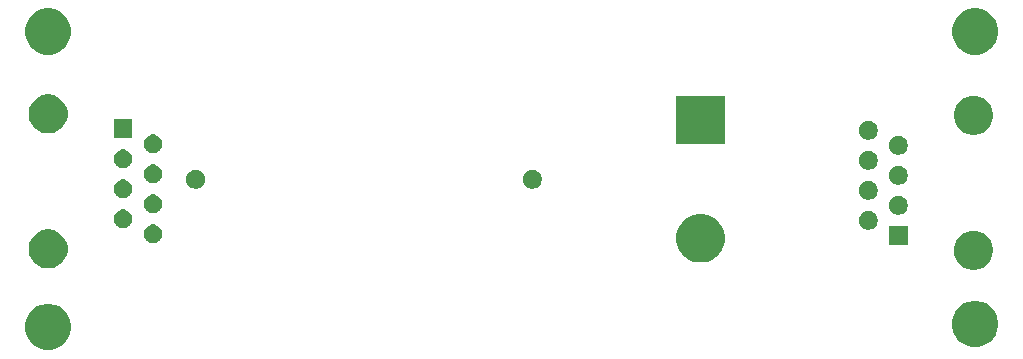
<source format=gbr>
G04 #@! TF.GenerationSoftware,KiCad,Pcbnew,(5.1.4)-1*
G04 #@! TF.CreationDate,2020-02-13T15:41:24-05:00*
G04 #@! TF.ProjectId,PowerFilter,506f7765-7246-4696-9c74-65722e6b6963,rev?*
G04 #@! TF.SameCoordinates,Original*
G04 #@! TF.FileFunction,Soldermask,Top*
G04 #@! TF.FilePolarity,Negative*
%FSLAX46Y46*%
G04 Gerber Fmt 4.6, Leading zero omitted, Abs format (unit mm)*
G04 Created by KiCad (PCBNEW (5.1.4)-1) date 2020-02-13 15:41:24*
%MOMM*%
%LPD*%
G04 APERTURE LIST*
%ADD10C,0.100000*%
G04 APERTURE END LIST*
D10*
G36*
X61819085Y-80873975D02*
G01*
X62174143Y-81021045D01*
X62174145Y-81021046D01*
X62493690Y-81234559D01*
X62765441Y-81506310D01*
X62978954Y-81825855D01*
X62978955Y-81825857D01*
X63126025Y-82180915D01*
X63201000Y-82557842D01*
X63201000Y-82942158D01*
X63126025Y-83319085D01*
X62978955Y-83674143D01*
X62978954Y-83674145D01*
X62765441Y-83993690D01*
X62493690Y-84265441D01*
X62174145Y-84478954D01*
X62174144Y-84478955D01*
X62174143Y-84478955D01*
X61819085Y-84626025D01*
X61442158Y-84701000D01*
X61057842Y-84701000D01*
X60680915Y-84626025D01*
X60325857Y-84478955D01*
X60325856Y-84478955D01*
X60325855Y-84478954D01*
X60006310Y-84265441D01*
X59734559Y-83993690D01*
X59521046Y-83674145D01*
X59521045Y-83674143D01*
X59373975Y-83319085D01*
X59299000Y-82942158D01*
X59299000Y-82557842D01*
X59373975Y-82180915D01*
X59521045Y-81825857D01*
X59521046Y-81825855D01*
X59734559Y-81506310D01*
X60006310Y-81234559D01*
X60325855Y-81021046D01*
X60325857Y-81021045D01*
X60680915Y-80873975D01*
X61057842Y-80799000D01*
X61442158Y-80799000D01*
X61819085Y-80873975D01*
X61819085Y-80873975D01*
G37*
G36*
X140319085Y-80623975D02*
G01*
X140674143Y-80771045D01*
X140674145Y-80771046D01*
X140993690Y-80984559D01*
X141265441Y-81256310D01*
X141432486Y-81506311D01*
X141478955Y-81575857D01*
X141626025Y-81930915D01*
X141701000Y-82307842D01*
X141701000Y-82692158D01*
X141626025Y-83069085D01*
X141522471Y-83319085D01*
X141478954Y-83424145D01*
X141265441Y-83743690D01*
X140993690Y-84015441D01*
X140674145Y-84228954D01*
X140674144Y-84228955D01*
X140674143Y-84228955D01*
X140319085Y-84376025D01*
X139942158Y-84451000D01*
X139557842Y-84451000D01*
X139180915Y-84376025D01*
X138825857Y-84228955D01*
X138825856Y-84228955D01*
X138825855Y-84228954D01*
X138506310Y-84015441D01*
X138234559Y-83743690D01*
X138021046Y-83424145D01*
X137977529Y-83319085D01*
X137873975Y-83069085D01*
X137799000Y-82692158D01*
X137799000Y-82307842D01*
X137873975Y-81930915D01*
X138021045Y-81575857D01*
X138067514Y-81506311D01*
X138234559Y-81256310D01*
X138506310Y-80984559D01*
X138825855Y-80771046D01*
X138825857Y-80771045D01*
X139180915Y-80623975D01*
X139557842Y-80549000D01*
X139942158Y-80549000D01*
X140319085Y-80623975D01*
X140319085Y-80623975D01*
G37*
G36*
X139950416Y-74656357D02*
G01*
X140081579Y-74682447D01*
X140382042Y-74806903D01*
X140652451Y-74987585D01*
X140882415Y-75217549D01*
X141063097Y-75487958D01*
X141187553Y-75788421D01*
X141199455Y-75848255D01*
X141251000Y-76107389D01*
X141251000Y-76432611D01*
X141209434Y-76641578D01*
X141187553Y-76751579D01*
X141063097Y-77052042D01*
X140882415Y-77322451D01*
X140652451Y-77552415D01*
X140382042Y-77733097D01*
X140081579Y-77857553D01*
X139975256Y-77878702D01*
X139762611Y-77921000D01*
X139437389Y-77921000D01*
X139224744Y-77878702D01*
X139118421Y-77857553D01*
X138817958Y-77733097D01*
X138547549Y-77552415D01*
X138317585Y-77322451D01*
X138136903Y-77052042D01*
X138012447Y-76751579D01*
X137990566Y-76641578D01*
X137949000Y-76432611D01*
X137949000Y-76107389D01*
X138000545Y-75848255D01*
X138012447Y-75788421D01*
X138136903Y-75487958D01*
X138317585Y-75217549D01*
X138547549Y-74987585D01*
X138817958Y-74806903D01*
X139118421Y-74682447D01*
X139249584Y-74656357D01*
X139437389Y-74619000D01*
X139762611Y-74619000D01*
X139950416Y-74656357D01*
X139950416Y-74656357D01*
G37*
G36*
X61625256Y-74551298D02*
G01*
X61731579Y-74572447D01*
X62032042Y-74696903D01*
X62302451Y-74877585D01*
X62532415Y-75107549D01*
X62713097Y-75377958D01*
X62837553Y-75678421D01*
X62901000Y-75997391D01*
X62901000Y-76322609D01*
X62837553Y-76641579D01*
X62713097Y-76942042D01*
X62532415Y-77212451D01*
X62302451Y-77442415D01*
X62032042Y-77623097D01*
X61731579Y-77747553D01*
X61625256Y-77768702D01*
X61412611Y-77811000D01*
X61087389Y-77811000D01*
X60874744Y-77768702D01*
X60768421Y-77747553D01*
X60467958Y-77623097D01*
X60197549Y-77442415D01*
X59967585Y-77212451D01*
X59786903Y-76942042D01*
X59662447Y-76641579D01*
X59599000Y-76322609D01*
X59599000Y-75997391D01*
X59662447Y-75678421D01*
X59786903Y-75377958D01*
X59967585Y-75107549D01*
X60197549Y-74877585D01*
X60467958Y-74696903D01*
X60768421Y-74572447D01*
X60874744Y-74551298D01*
X61087389Y-74509000D01*
X61412611Y-74509000D01*
X61625256Y-74551298D01*
X61625256Y-74551298D01*
G37*
G36*
X117098254Y-73277818D02*
G01*
X117471511Y-73432426D01*
X117471513Y-73432427D01*
X117807436Y-73656884D01*
X118093116Y-73942564D01*
X118218763Y-74130607D01*
X118317574Y-74278489D01*
X118472182Y-74651746D01*
X118551000Y-75047993D01*
X118551000Y-75452007D01*
X118472182Y-75848254D01*
X118410408Y-75997389D01*
X118317573Y-76221513D01*
X118093116Y-76557436D01*
X117807436Y-76843116D01*
X117471513Y-77067573D01*
X117471512Y-77067574D01*
X117471511Y-77067574D01*
X117098254Y-77222182D01*
X116702007Y-77301000D01*
X116297993Y-77301000D01*
X115901746Y-77222182D01*
X115528489Y-77067574D01*
X115528488Y-77067574D01*
X115528487Y-77067573D01*
X115192564Y-76843116D01*
X114906884Y-76557436D01*
X114682427Y-76221513D01*
X114589592Y-75997389D01*
X114527818Y-75848254D01*
X114449000Y-75452007D01*
X114449000Y-75047993D01*
X114527818Y-74651746D01*
X114682426Y-74278489D01*
X114781238Y-74130607D01*
X114906884Y-73942564D01*
X115192564Y-73656884D01*
X115528487Y-73432427D01*
X115528489Y-73432426D01*
X115901746Y-73277818D01*
X116297993Y-73199000D01*
X116702007Y-73199000D01*
X117098254Y-73277818D01*
X117098254Y-73277818D01*
G37*
G36*
X134051000Y-75801000D02*
G01*
X132449000Y-75801000D01*
X132449000Y-74199000D01*
X134051000Y-74199000D01*
X134051000Y-75801000D01*
X134051000Y-75801000D01*
G37*
G36*
X70373642Y-74119781D02*
G01*
X70519414Y-74180162D01*
X70519416Y-74180163D01*
X70650608Y-74267822D01*
X70762178Y-74379392D01*
X70849837Y-74510584D01*
X70849838Y-74510586D01*
X70910219Y-74656358D01*
X70941000Y-74811107D01*
X70941000Y-74968893D01*
X70910219Y-75123642D01*
X70871321Y-75217549D01*
X70849837Y-75269416D01*
X70762178Y-75400608D01*
X70650608Y-75512178D01*
X70519416Y-75599837D01*
X70519415Y-75599838D01*
X70519414Y-75599838D01*
X70373642Y-75660219D01*
X70218893Y-75691000D01*
X70061107Y-75691000D01*
X69906358Y-75660219D01*
X69760586Y-75599838D01*
X69760585Y-75599838D01*
X69760584Y-75599837D01*
X69629392Y-75512178D01*
X69517822Y-75400608D01*
X69430163Y-75269416D01*
X69408679Y-75217549D01*
X69369781Y-75123642D01*
X69339000Y-74968893D01*
X69339000Y-74811107D01*
X69369781Y-74656358D01*
X69430162Y-74510586D01*
X69430163Y-74510584D01*
X69517822Y-74379392D01*
X69629392Y-74267822D01*
X69760584Y-74180163D01*
X69760586Y-74180162D01*
X69906358Y-74119781D01*
X70061107Y-74089000D01*
X70218893Y-74089000D01*
X70373642Y-74119781D01*
X70373642Y-74119781D01*
G37*
G36*
X130943642Y-72959781D02*
G01*
X131089414Y-73020162D01*
X131089416Y-73020163D01*
X131220608Y-73107822D01*
X131332178Y-73219392D01*
X131371217Y-73277819D01*
X131419838Y-73350586D01*
X131480219Y-73496358D01*
X131511000Y-73651107D01*
X131511000Y-73808893D01*
X131480219Y-73963642D01*
X131428294Y-74089000D01*
X131419837Y-74109416D01*
X131332178Y-74240608D01*
X131220608Y-74352178D01*
X131089416Y-74439837D01*
X131089415Y-74439838D01*
X131089414Y-74439838D01*
X130943642Y-74500219D01*
X130788893Y-74531000D01*
X130631107Y-74531000D01*
X130476358Y-74500219D01*
X130330586Y-74439838D01*
X130330585Y-74439838D01*
X130330584Y-74439837D01*
X130199392Y-74352178D01*
X130087822Y-74240608D01*
X130000163Y-74109416D01*
X129991706Y-74089000D01*
X129939781Y-73963642D01*
X129909000Y-73808893D01*
X129909000Y-73651107D01*
X129939781Y-73496358D01*
X130000162Y-73350586D01*
X130048783Y-73277819D01*
X130087822Y-73219392D01*
X130199392Y-73107822D01*
X130330584Y-73020163D01*
X130330586Y-73020162D01*
X130476358Y-72959781D01*
X130631107Y-72929000D01*
X130788893Y-72929000D01*
X130943642Y-72959781D01*
X130943642Y-72959781D01*
G37*
G36*
X67833642Y-72849781D02*
G01*
X67979414Y-72910162D01*
X67979416Y-72910163D01*
X68110608Y-72997822D01*
X68222178Y-73109392D01*
X68302911Y-73230219D01*
X68309838Y-73240586D01*
X68370219Y-73386358D01*
X68401000Y-73541107D01*
X68401000Y-73698893D01*
X68370219Y-73853642D01*
X68333386Y-73942564D01*
X68309837Y-73999416D01*
X68222178Y-74130608D01*
X68110608Y-74242178D01*
X67979416Y-74329837D01*
X67979415Y-74329838D01*
X67979414Y-74329838D01*
X67833642Y-74390219D01*
X67678893Y-74421000D01*
X67521107Y-74421000D01*
X67366358Y-74390219D01*
X67220586Y-74329838D01*
X67220585Y-74329838D01*
X67220584Y-74329837D01*
X67089392Y-74242178D01*
X66977822Y-74130608D01*
X66890163Y-73999416D01*
X66866614Y-73942564D01*
X66829781Y-73853642D01*
X66799000Y-73698893D01*
X66799000Y-73541107D01*
X66829781Y-73386358D01*
X66890162Y-73240586D01*
X66897089Y-73230219D01*
X66977822Y-73109392D01*
X67089392Y-72997822D01*
X67220584Y-72910163D01*
X67220586Y-72910162D01*
X67366358Y-72849781D01*
X67521107Y-72819000D01*
X67678893Y-72819000D01*
X67833642Y-72849781D01*
X67833642Y-72849781D01*
G37*
G36*
X133483642Y-71689781D02*
G01*
X133629414Y-71750162D01*
X133629416Y-71750163D01*
X133760608Y-71837822D01*
X133872178Y-71949392D01*
X133886339Y-71970586D01*
X133959838Y-72080586D01*
X134020219Y-72226358D01*
X134051000Y-72381107D01*
X134051000Y-72538893D01*
X134020219Y-72693642D01*
X133968294Y-72819000D01*
X133959837Y-72839416D01*
X133872178Y-72970608D01*
X133760608Y-73082178D01*
X133629416Y-73169837D01*
X133629415Y-73169838D01*
X133629414Y-73169838D01*
X133483642Y-73230219D01*
X133328893Y-73261000D01*
X133171107Y-73261000D01*
X133016358Y-73230219D01*
X132870586Y-73169838D01*
X132870585Y-73169838D01*
X132870584Y-73169837D01*
X132739392Y-73082178D01*
X132627822Y-72970608D01*
X132540163Y-72839416D01*
X132531706Y-72819000D01*
X132479781Y-72693642D01*
X132449000Y-72538893D01*
X132449000Y-72381107D01*
X132479781Y-72226358D01*
X132540162Y-72080586D01*
X132613661Y-71970586D01*
X132627822Y-71949392D01*
X132739392Y-71837822D01*
X132870584Y-71750163D01*
X132870586Y-71750162D01*
X133016358Y-71689781D01*
X133171107Y-71659000D01*
X133328893Y-71659000D01*
X133483642Y-71689781D01*
X133483642Y-71689781D01*
G37*
G36*
X70373642Y-71579781D02*
G01*
X70519414Y-71640162D01*
X70519416Y-71640163D01*
X70650608Y-71727822D01*
X70762178Y-71839392D01*
X70842911Y-71960219D01*
X70849838Y-71970586D01*
X70910219Y-72116358D01*
X70941000Y-72271107D01*
X70941000Y-72428893D01*
X70910219Y-72583642D01*
X70864655Y-72693642D01*
X70849837Y-72729416D01*
X70762178Y-72860608D01*
X70650608Y-72972178D01*
X70519416Y-73059837D01*
X70519415Y-73059838D01*
X70519414Y-73059838D01*
X70373642Y-73120219D01*
X70218893Y-73151000D01*
X70061107Y-73151000D01*
X69906358Y-73120219D01*
X69760586Y-73059838D01*
X69760585Y-73059838D01*
X69760584Y-73059837D01*
X69629392Y-72972178D01*
X69517822Y-72860608D01*
X69430163Y-72729416D01*
X69415345Y-72693642D01*
X69369781Y-72583642D01*
X69339000Y-72428893D01*
X69339000Y-72271107D01*
X69369781Y-72116358D01*
X69430162Y-71970586D01*
X69437089Y-71960219D01*
X69517822Y-71839392D01*
X69629392Y-71727822D01*
X69760584Y-71640163D01*
X69760586Y-71640162D01*
X69906358Y-71579781D01*
X70061107Y-71549000D01*
X70218893Y-71549000D01*
X70373642Y-71579781D01*
X70373642Y-71579781D01*
G37*
G36*
X130943642Y-70419781D02*
G01*
X131089414Y-70480162D01*
X131089416Y-70480163D01*
X131220608Y-70567822D01*
X131332178Y-70679392D01*
X131391555Y-70768257D01*
X131419838Y-70810586D01*
X131480219Y-70956358D01*
X131511000Y-71111107D01*
X131511000Y-71268893D01*
X131480219Y-71423642D01*
X131428294Y-71549000D01*
X131419837Y-71569416D01*
X131332178Y-71700608D01*
X131220608Y-71812178D01*
X131089416Y-71899837D01*
X131089415Y-71899838D01*
X131089414Y-71899838D01*
X130943642Y-71960219D01*
X130788893Y-71991000D01*
X130631107Y-71991000D01*
X130476358Y-71960219D01*
X130330586Y-71899838D01*
X130330585Y-71899838D01*
X130330584Y-71899837D01*
X130199392Y-71812178D01*
X130087822Y-71700608D01*
X130000163Y-71569416D01*
X129991706Y-71549000D01*
X129939781Y-71423642D01*
X129909000Y-71268893D01*
X129909000Y-71111107D01*
X129939781Y-70956358D01*
X130000162Y-70810586D01*
X130028445Y-70768257D01*
X130087822Y-70679392D01*
X130199392Y-70567822D01*
X130330584Y-70480163D01*
X130330586Y-70480162D01*
X130476358Y-70419781D01*
X130631107Y-70389000D01*
X130788893Y-70389000D01*
X130943642Y-70419781D01*
X130943642Y-70419781D01*
G37*
G36*
X67833642Y-70309781D02*
G01*
X67979414Y-70370162D01*
X67979416Y-70370163D01*
X68110608Y-70457822D01*
X68222178Y-70569392D01*
X68302911Y-70690219D01*
X68309838Y-70700586D01*
X68370219Y-70846358D01*
X68401000Y-71001107D01*
X68401000Y-71158893D01*
X68370219Y-71313642D01*
X68324655Y-71423642D01*
X68309837Y-71459416D01*
X68222178Y-71590608D01*
X68110608Y-71702178D01*
X67979416Y-71789837D01*
X67979415Y-71789838D01*
X67979414Y-71789838D01*
X67833642Y-71850219D01*
X67678893Y-71881000D01*
X67521107Y-71881000D01*
X67366358Y-71850219D01*
X67220586Y-71789838D01*
X67220585Y-71789838D01*
X67220584Y-71789837D01*
X67089392Y-71702178D01*
X66977822Y-71590608D01*
X66890163Y-71459416D01*
X66875345Y-71423642D01*
X66829781Y-71313642D01*
X66799000Y-71158893D01*
X66799000Y-71001107D01*
X66829781Y-70846358D01*
X66890162Y-70700586D01*
X66897089Y-70690219D01*
X66977822Y-70569392D01*
X67089392Y-70457822D01*
X67220584Y-70370163D01*
X67220586Y-70370162D01*
X67366358Y-70309781D01*
X67521107Y-70279000D01*
X67678893Y-70279000D01*
X67833642Y-70309781D01*
X67833642Y-70309781D01*
G37*
G36*
X73987148Y-69468242D02*
G01*
X74135107Y-69529529D01*
X74268261Y-69618499D01*
X74381507Y-69731745D01*
X74470477Y-69864899D01*
X74531764Y-70012858D01*
X74563006Y-70169925D01*
X74563006Y-70330075D01*
X74531764Y-70487142D01*
X74470477Y-70635101D01*
X74381507Y-70768255D01*
X74268261Y-70881501D01*
X74135107Y-70970471D01*
X73987148Y-71031758D01*
X73830081Y-71063000D01*
X73669931Y-71063000D01*
X73512864Y-71031758D01*
X73364905Y-70970471D01*
X73231751Y-70881501D01*
X73118505Y-70768255D01*
X73029535Y-70635101D01*
X72968248Y-70487142D01*
X72937006Y-70330075D01*
X72937006Y-70169925D01*
X72968248Y-70012858D01*
X73029535Y-69864899D01*
X73118505Y-69731745D01*
X73231751Y-69618499D01*
X73364905Y-69529529D01*
X73512864Y-69468242D01*
X73669931Y-69437000D01*
X73830081Y-69437000D01*
X73987148Y-69468242D01*
X73987148Y-69468242D01*
G37*
G36*
X102487142Y-69468242D02*
G01*
X102635101Y-69529529D01*
X102768255Y-69618499D01*
X102881501Y-69731745D01*
X102970471Y-69864899D01*
X103031758Y-70012858D01*
X103063000Y-70169925D01*
X103063000Y-70330075D01*
X103031758Y-70487142D01*
X102970471Y-70635101D01*
X102881501Y-70768255D01*
X102768255Y-70881501D01*
X102635101Y-70970471D01*
X102487142Y-71031758D01*
X102330075Y-71063000D01*
X102169925Y-71063000D01*
X102012858Y-71031758D01*
X101864899Y-70970471D01*
X101731745Y-70881501D01*
X101618499Y-70768255D01*
X101529529Y-70635101D01*
X101468242Y-70487142D01*
X101437000Y-70330075D01*
X101437000Y-70169925D01*
X101468242Y-70012858D01*
X101529529Y-69864899D01*
X101618499Y-69731745D01*
X101731745Y-69618499D01*
X101864899Y-69529529D01*
X102012858Y-69468242D01*
X102169925Y-69437000D01*
X102330075Y-69437000D01*
X102487142Y-69468242D01*
X102487142Y-69468242D01*
G37*
G36*
X133483642Y-69149781D02*
G01*
X133629414Y-69210162D01*
X133629416Y-69210163D01*
X133760608Y-69297822D01*
X133872178Y-69409392D01*
X133952450Y-69529529D01*
X133959838Y-69540586D01*
X134020219Y-69686358D01*
X134051000Y-69841107D01*
X134051000Y-69998893D01*
X134020219Y-70153642D01*
X133968294Y-70279000D01*
X133959837Y-70299416D01*
X133872178Y-70430608D01*
X133760608Y-70542178D01*
X133629416Y-70629837D01*
X133629415Y-70629838D01*
X133629414Y-70629838D01*
X133483642Y-70690219D01*
X133328893Y-70721000D01*
X133171107Y-70721000D01*
X133016358Y-70690219D01*
X132870586Y-70629838D01*
X132870585Y-70629838D01*
X132870584Y-70629837D01*
X132739392Y-70542178D01*
X132627822Y-70430608D01*
X132540163Y-70299416D01*
X132531706Y-70279000D01*
X132479781Y-70153642D01*
X132449000Y-69998893D01*
X132449000Y-69841107D01*
X132479781Y-69686358D01*
X132540162Y-69540586D01*
X132547550Y-69529529D01*
X132627822Y-69409392D01*
X132739392Y-69297822D01*
X132870584Y-69210163D01*
X132870586Y-69210162D01*
X133016358Y-69149781D01*
X133171107Y-69119000D01*
X133328893Y-69119000D01*
X133483642Y-69149781D01*
X133483642Y-69149781D01*
G37*
G36*
X70373642Y-69039781D02*
G01*
X70519414Y-69100162D01*
X70519416Y-69100163D01*
X70650608Y-69187822D01*
X70762178Y-69299392D01*
X70842911Y-69420219D01*
X70849838Y-69430586D01*
X70910219Y-69576358D01*
X70941000Y-69731107D01*
X70941000Y-69888893D01*
X70910219Y-70043642D01*
X70857910Y-70169926D01*
X70849837Y-70189416D01*
X70762178Y-70320608D01*
X70650608Y-70432178D01*
X70519416Y-70519837D01*
X70519415Y-70519838D01*
X70519414Y-70519838D01*
X70373642Y-70580219D01*
X70218893Y-70611000D01*
X70061107Y-70611000D01*
X69906358Y-70580219D01*
X69760586Y-70519838D01*
X69760585Y-70519838D01*
X69760584Y-70519837D01*
X69629392Y-70432178D01*
X69517822Y-70320608D01*
X69430163Y-70189416D01*
X69422090Y-70169926D01*
X69369781Y-70043642D01*
X69339000Y-69888893D01*
X69339000Y-69731107D01*
X69369781Y-69576358D01*
X69430162Y-69430586D01*
X69437089Y-69420219D01*
X69517822Y-69299392D01*
X69629392Y-69187822D01*
X69760584Y-69100163D01*
X69760586Y-69100162D01*
X69906358Y-69039781D01*
X70061107Y-69009000D01*
X70218893Y-69009000D01*
X70373642Y-69039781D01*
X70373642Y-69039781D01*
G37*
G36*
X130943642Y-67879781D02*
G01*
X131089414Y-67940162D01*
X131089416Y-67940163D01*
X131220608Y-68027822D01*
X131332178Y-68139392D01*
X131346339Y-68160586D01*
X131419838Y-68270586D01*
X131480219Y-68416358D01*
X131511000Y-68571107D01*
X131511000Y-68728893D01*
X131480219Y-68883642D01*
X131428294Y-69009000D01*
X131419837Y-69029416D01*
X131332178Y-69160608D01*
X131220608Y-69272178D01*
X131089416Y-69359837D01*
X131089415Y-69359838D01*
X131089414Y-69359838D01*
X130943642Y-69420219D01*
X130788893Y-69451000D01*
X130631107Y-69451000D01*
X130476358Y-69420219D01*
X130330586Y-69359838D01*
X130330585Y-69359838D01*
X130330584Y-69359837D01*
X130199392Y-69272178D01*
X130087822Y-69160608D01*
X130000163Y-69029416D01*
X129991706Y-69009000D01*
X129939781Y-68883642D01*
X129909000Y-68728893D01*
X129909000Y-68571107D01*
X129939781Y-68416358D01*
X130000162Y-68270586D01*
X130073661Y-68160586D01*
X130087822Y-68139392D01*
X130199392Y-68027822D01*
X130330584Y-67940163D01*
X130330586Y-67940162D01*
X130476358Y-67879781D01*
X130631107Y-67849000D01*
X130788893Y-67849000D01*
X130943642Y-67879781D01*
X130943642Y-67879781D01*
G37*
G36*
X67833642Y-67769781D02*
G01*
X67979414Y-67830162D01*
X67979416Y-67830163D01*
X68110608Y-67917822D01*
X68222178Y-68029392D01*
X68302911Y-68150219D01*
X68309838Y-68160586D01*
X68370219Y-68306358D01*
X68401000Y-68461107D01*
X68401000Y-68618893D01*
X68370219Y-68773642D01*
X68324655Y-68883642D01*
X68309837Y-68919416D01*
X68222178Y-69050608D01*
X68110608Y-69162178D01*
X67979416Y-69249837D01*
X67979415Y-69249838D01*
X67979414Y-69249838D01*
X67833642Y-69310219D01*
X67678893Y-69341000D01*
X67521107Y-69341000D01*
X67366358Y-69310219D01*
X67220586Y-69249838D01*
X67220585Y-69249838D01*
X67220584Y-69249837D01*
X67089392Y-69162178D01*
X66977822Y-69050608D01*
X66890163Y-68919416D01*
X66875345Y-68883642D01*
X66829781Y-68773642D01*
X66799000Y-68618893D01*
X66799000Y-68461107D01*
X66829781Y-68306358D01*
X66890162Y-68160586D01*
X66897089Y-68150219D01*
X66977822Y-68029392D01*
X67089392Y-67917822D01*
X67220584Y-67830163D01*
X67220586Y-67830162D01*
X67366358Y-67769781D01*
X67521107Y-67739000D01*
X67678893Y-67739000D01*
X67833642Y-67769781D01*
X67833642Y-67769781D01*
G37*
G36*
X133483642Y-66609781D02*
G01*
X133629414Y-66670162D01*
X133629416Y-66670163D01*
X133760608Y-66757822D01*
X133872178Y-66869392D01*
X133886339Y-66890586D01*
X133959838Y-67000586D01*
X134020219Y-67146358D01*
X134051000Y-67301107D01*
X134051000Y-67458893D01*
X134020219Y-67613642D01*
X133968294Y-67739000D01*
X133959837Y-67759416D01*
X133872178Y-67890608D01*
X133760608Y-68002178D01*
X133629416Y-68089837D01*
X133629415Y-68089838D01*
X133629414Y-68089838D01*
X133483642Y-68150219D01*
X133328893Y-68181000D01*
X133171107Y-68181000D01*
X133016358Y-68150219D01*
X132870586Y-68089838D01*
X132870585Y-68089838D01*
X132870584Y-68089837D01*
X132739392Y-68002178D01*
X132627822Y-67890608D01*
X132540163Y-67759416D01*
X132531706Y-67739000D01*
X132479781Y-67613642D01*
X132449000Y-67458893D01*
X132449000Y-67301107D01*
X132479781Y-67146358D01*
X132540162Y-67000586D01*
X132613661Y-66890586D01*
X132627822Y-66869392D01*
X132739392Y-66757822D01*
X132870584Y-66670163D01*
X132870586Y-66670162D01*
X133016358Y-66609781D01*
X133171107Y-66579000D01*
X133328893Y-66579000D01*
X133483642Y-66609781D01*
X133483642Y-66609781D01*
G37*
G36*
X70373642Y-66499781D02*
G01*
X70519414Y-66560162D01*
X70519416Y-66560163D01*
X70650608Y-66647822D01*
X70762178Y-66759392D01*
X70842911Y-66880219D01*
X70849838Y-66890586D01*
X70910219Y-67036358D01*
X70941000Y-67191107D01*
X70941000Y-67348893D01*
X70910219Y-67503642D01*
X70864655Y-67613642D01*
X70849837Y-67649416D01*
X70762178Y-67780608D01*
X70650608Y-67892178D01*
X70519416Y-67979837D01*
X70519415Y-67979838D01*
X70519414Y-67979838D01*
X70373642Y-68040219D01*
X70218893Y-68071000D01*
X70061107Y-68071000D01*
X69906358Y-68040219D01*
X69760586Y-67979838D01*
X69760585Y-67979838D01*
X69760584Y-67979837D01*
X69629392Y-67892178D01*
X69517822Y-67780608D01*
X69430163Y-67649416D01*
X69415345Y-67613642D01*
X69369781Y-67503642D01*
X69339000Y-67348893D01*
X69339000Y-67191107D01*
X69369781Y-67036358D01*
X69430162Y-66890586D01*
X69437089Y-66880219D01*
X69517822Y-66759392D01*
X69629392Y-66647822D01*
X69760584Y-66560163D01*
X69760586Y-66560162D01*
X69906358Y-66499781D01*
X70061107Y-66469000D01*
X70218893Y-66469000D01*
X70373642Y-66499781D01*
X70373642Y-66499781D01*
G37*
G36*
X118551000Y-67301000D02*
G01*
X114449000Y-67301000D01*
X114449000Y-63199000D01*
X118551000Y-63199000D01*
X118551000Y-67301000D01*
X118551000Y-67301000D01*
G37*
G36*
X130943642Y-65339781D02*
G01*
X131089414Y-65400162D01*
X131089416Y-65400163D01*
X131220608Y-65487822D01*
X131332178Y-65599392D01*
X131347312Y-65622042D01*
X131419838Y-65730586D01*
X131480219Y-65876358D01*
X131511000Y-66031107D01*
X131511000Y-66188893D01*
X131480219Y-66343642D01*
X131428294Y-66469000D01*
X131419837Y-66489416D01*
X131332178Y-66620608D01*
X131220608Y-66732178D01*
X131089416Y-66819837D01*
X131089415Y-66819838D01*
X131089414Y-66819838D01*
X130943642Y-66880219D01*
X130788893Y-66911000D01*
X130631107Y-66911000D01*
X130476358Y-66880219D01*
X130330586Y-66819838D01*
X130330585Y-66819838D01*
X130330584Y-66819837D01*
X130199392Y-66732178D01*
X130087822Y-66620608D01*
X130000163Y-66489416D01*
X129991706Y-66469000D01*
X129939781Y-66343642D01*
X129909000Y-66188893D01*
X129909000Y-66031107D01*
X129939781Y-65876358D01*
X130000162Y-65730586D01*
X130072688Y-65622042D01*
X130087822Y-65599392D01*
X130199392Y-65487822D01*
X130330584Y-65400163D01*
X130330586Y-65400162D01*
X130476358Y-65339781D01*
X130631107Y-65309000D01*
X130788893Y-65309000D01*
X130943642Y-65339781D01*
X130943642Y-65339781D01*
G37*
G36*
X68401000Y-66801000D02*
G01*
X66799000Y-66801000D01*
X66799000Y-65199000D01*
X68401000Y-65199000D01*
X68401000Y-66801000D01*
X68401000Y-66801000D01*
G37*
G36*
X139975256Y-63231298D02*
G01*
X140081579Y-63252447D01*
X140382042Y-63376903D01*
X140652451Y-63557585D01*
X140882415Y-63787549D01*
X141063097Y-64057958D01*
X141187553Y-64358421D01*
X141251000Y-64677391D01*
X141251000Y-65002609D01*
X141187553Y-65321579D01*
X141063097Y-65622042D01*
X140882415Y-65892451D01*
X140652451Y-66122415D01*
X140382042Y-66303097D01*
X140081579Y-66427553D01*
X139975256Y-66448702D01*
X139762611Y-66491000D01*
X139437389Y-66491000D01*
X139224744Y-66448702D01*
X139118421Y-66427553D01*
X138817958Y-66303097D01*
X138547549Y-66122415D01*
X138317585Y-65892451D01*
X138136903Y-65622042D01*
X138012447Y-65321579D01*
X137949000Y-65002609D01*
X137949000Y-64677391D01*
X138012447Y-64358421D01*
X138136903Y-64057958D01*
X138317585Y-63787549D01*
X138547549Y-63557585D01*
X138817958Y-63376903D01*
X139118421Y-63252447D01*
X139224744Y-63231298D01*
X139437389Y-63189000D01*
X139762611Y-63189000D01*
X139975256Y-63231298D01*
X139975256Y-63231298D01*
G37*
G36*
X61625256Y-63121298D02*
G01*
X61731579Y-63142447D01*
X62032042Y-63266903D01*
X62302451Y-63447585D01*
X62532415Y-63677549D01*
X62713097Y-63947958D01*
X62837553Y-64248421D01*
X62901000Y-64567391D01*
X62901000Y-64892609D01*
X62837553Y-65211579D01*
X62713097Y-65512042D01*
X62532415Y-65782451D01*
X62302451Y-66012415D01*
X62032042Y-66193097D01*
X61731579Y-66317553D01*
X61625256Y-66338702D01*
X61412611Y-66381000D01*
X61087389Y-66381000D01*
X60874744Y-66338702D01*
X60768421Y-66317553D01*
X60467958Y-66193097D01*
X60197549Y-66012415D01*
X59967585Y-65782451D01*
X59786903Y-65512042D01*
X59662447Y-65211579D01*
X59599000Y-64892609D01*
X59599000Y-64567391D01*
X59662447Y-64248421D01*
X59786903Y-63947958D01*
X59967585Y-63677549D01*
X60197549Y-63447585D01*
X60467958Y-63266903D01*
X60768421Y-63142447D01*
X60874744Y-63121298D01*
X61087389Y-63079000D01*
X61412611Y-63079000D01*
X61625256Y-63121298D01*
X61625256Y-63121298D01*
G37*
G36*
X61819085Y-55873975D02*
G01*
X62174143Y-56021045D01*
X62174145Y-56021046D01*
X62493690Y-56234559D01*
X62765441Y-56506310D01*
X62978954Y-56825855D01*
X62978955Y-56825857D01*
X63126025Y-57180915D01*
X63201000Y-57557842D01*
X63201000Y-57942158D01*
X63126025Y-58319085D01*
X62978955Y-58674143D01*
X62978954Y-58674145D01*
X62765441Y-58993690D01*
X62493690Y-59265441D01*
X62174145Y-59478954D01*
X62174144Y-59478955D01*
X62174143Y-59478955D01*
X61819085Y-59626025D01*
X61442158Y-59701000D01*
X61057842Y-59701000D01*
X60680915Y-59626025D01*
X60325857Y-59478955D01*
X60325856Y-59478955D01*
X60325855Y-59478954D01*
X60006310Y-59265441D01*
X59734559Y-58993690D01*
X59521046Y-58674145D01*
X59521045Y-58674143D01*
X59373975Y-58319085D01*
X59299000Y-57942158D01*
X59299000Y-57557842D01*
X59373975Y-57180915D01*
X59521045Y-56825857D01*
X59521046Y-56825855D01*
X59734559Y-56506310D01*
X60006310Y-56234559D01*
X60325855Y-56021046D01*
X60325857Y-56021045D01*
X60680915Y-55873975D01*
X61057842Y-55799000D01*
X61442158Y-55799000D01*
X61819085Y-55873975D01*
X61819085Y-55873975D01*
G37*
G36*
X140319085Y-55873975D02*
G01*
X140674143Y-56021045D01*
X140674145Y-56021046D01*
X140993690Y-56234559D01*
X141265441Y-56506310D01*
X141478954Y-56825855D01*
X141478955Y-56825857D01*
X141626025Y-57180915D01*
X141701000Y-57557842D01*
X141701000Y-57942158D01*
X141626025Y-58319085D01*
X141478955Y-58674143D01*
X141478954Y-58674145D01*
X141265441Y-58993690D01*
X140993690Y-59265441D01*
X140674145Y-59478954D01*
X140674144Y-59478955D01*
X140674143Y-59478955D01*
X140319085Y-59626025D01*
X139942158Y-59701000D01*
X139557842Y-59701000D01*
X139180915Y-59626025D01*
X138825857Y-59478955D01*
X138825856Y-59478955D01*
X138825855Y-59478954D01*
X138506310Y-59265441D01*
X138234559Y-58993690D01*
X138021046Y-58674145D01*
X138021045Y-58674143D01*
X137873975Y-58319085D01*
X137799000Y-57942158D01*
X137799000Y-57557842D01*
X137873975Y-57180915D01*
X138021045Y-56825857D01*
X138021046Y-56825855D01*
X138234559Y-56506310D01*
X138506310Y-56234559D01*
X138825855Y-56021046D01*
X138825857Y-56021045D01*
X139180915Y-55873975D01*
X139557842Y-55799000D01*
X139942158Y-55799000D01*
X140319085Y-55873975D01*
X140319085Y-55873975D01*
G37*
M02*

</source>
